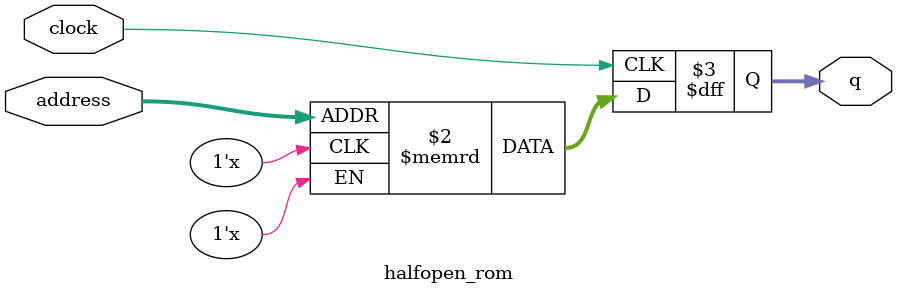
<source format=sv>
module halfopen_rom (
	input logic clock,
	input logic [8:0] address,
	output logic [4:0] q
);

logic [4:0] memory [0:399] /* synthesis ram_init_file = "./halfopen/halfopen.mif" */;

always_ff @ (posedge clock) begin
	q <= memory[address];
end

endmodule

</source>
